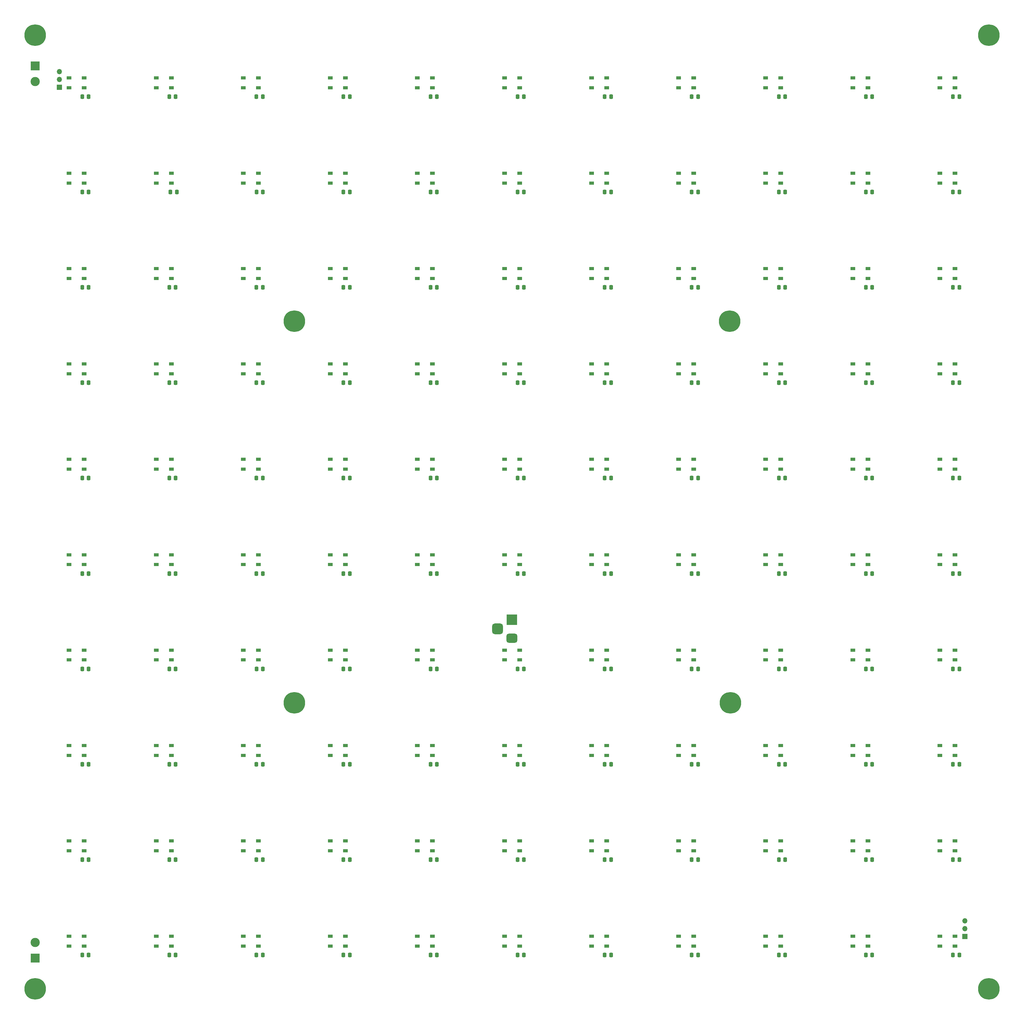
<source format=gts>
%TF.GenerationSoftware,KiCad,Pcbnew,(6.0.2)*%
%TF.CreationDate,2022-03-15T15:15:15+01:00*%
%TF.ProjectId,Wordclock,576f7264-636c-46f6-936b-2e6b69636164,rev?*%
%TF.SameCoordinates,Original*%
%TF.FileFunction,Soldermask,Top*%
%TF.FilePolarity,Negative*%
%FSLAX46Y46*%
G04 Gerber Fmt 4.6, Leading zero omitted, Abs format (unit mm)*
G04 Created by KiCad (PCBNEW (6.0.2)) date 2022-03-15 15:15:15*
%MOMM*%
%LPD*%
G01*
G04 APERTURE LIST*
G04 Aperture macros list*
%AMRoundRect*
0 Rectangle with rounded corners*
0 $1 Rounding radius*
0 $2 $3 $4 $5 $6 $7 $8 $9 X,Y pos of 4 corners*
0 Add a 4 corners polygon primitive as box body*
4,1,4,$2,$3,$4,$5,$6,$7,$8,$9,$2,$3,0*
0 Add four circle primitives for the rounded corners*
1,1,$1+$1,$2,$3*
1,1,$1+$1,$4,$5*
1,1,$1+$1,$6,$7*
1,1,$1+$1,$8,$9*
0 Add four rect primitives between the rounded corners*
20,1,$1+$1,$2,$3,$4,$5,0*
20,1,$1+$1,$4,$5,$6,$7,0*
20,1,$1+$1,$6,$7,$8,$9,0*
20,1,$1+$1,$8,$9,$2,$3,0*%
G04 Aperture macros list end*
%ADD10RoundRect,0.250000X0.337500X0.475000X-0.337500X0.475000X-0.337500X-0.475000X0.337500X-0.475000X0*%
%ADD11R,1.500000X1.000000*%
%ADD12R,3.000000X3.000000*%
%ADD13C,3.000000*%
%ADD14C,0.800000*%
%ADD15C,7.000000*%
%ADD16R,3.500000X3.500000*%
%ADD17RoundRect,0.750000X1.000000X-0.750000X1.000000X0.750000X-1.000000X0.750000X-1.000000X-0.750000X0*%
%ADD18RoundRect,0.875000X0.875000X-0.875000X0.875000X0.875000X-0.875000X0.875000X-0.875000X-0.875000X0*%
%ADD19R,1.700000X1.700000*%
%ADD20O,1.700000X1.700000*%
G04 APERTURE END LIST*
D10*
%TO.C,C110*%
X813367500Y-314500000D03*
X811292500Y-314500000D03*
%TD*%
%TO.C,C10*%
X785067500Y-35500000D03*
X782992500Y-35500000D03*
%TD*%
%TO.C,C24*%
X558667500Y-97500000D03*
X556592500Y-97500000D03*
%TD*%
D11*
%TO.C,D2*%
X557250000Y-32600000D03*
X557250000Y-29400000D03*
X552350000Y-29400000D03*
X552350000Y-32600000D03*
%TD*%
D10*
%TO.C,C6*%
X671867500Y-35500000D03*
X669792500Y-35500000D03*
%TD*%
%TO.C,C31*%
X756767500Y-97500000D03*
X754692500Y-97500000D03*
%TD*%
%TO.C,C40*%
X700167500Y-128500000D03*
X698092500Y-128500000D03*
%TD*%
D12*
%TO.C,J4*%
X513000000Y-25500000D03*
D13*
X513000000Y-30580000D03*
%TD*%
D10*
%TO.C,C90*%
X558667500Y-283500000D03*
X556592500Y-283500000D03*
%TD*%
D12*
%TO.C,J5*%
X513000000Y-315500000D03*
D13*
X513000000Y-310420000D03*
%TD*%
D10*
%TO.C,C70*%
X615267500Y-221500000D03*
X613192500Y-221500000D03*
%TD*%
%TO.C,C62*%
X700167500Y-190500000D03*
X698092500Y-190500000D03*
%TD*%
%TO.C,C28*%
X671867500Y-97500000D03*
X669792500Y-97500000D03*
%TD*%
D11*
%TO.C,D19*%
X727050000Y-63600000D03*
X727050000Y-60400000D03*
X722150000Y-60400000D03*
X722150000Y-63600000D03*
%TD*%
%TO.C,D62*%
X698750000Y-187600000D03*
X698750000Y-184400000D03*
X693850000Y-184400000D03*
X693850000Y-187600000D03*
%TD*%
%TO.C,D12*%
X528950000Y-63600000D03*
X528950000Y-60400000D03*
X524050000Y-60400000D03*
X524050000Y-63600000D03*
%TD*%
%TO.C,D93*%
X642150000Y-280600000D03*
X642150000Y-277400000D03*
X637250000Y-277400000D03*
X637250000Y-280600000D03*
%TD*%
D10*
%TO.C,C34*%
X530367500Y-128500000D03*
X528292500Y-128500000D03*
%TD*%
%TO.C,C39*%
X671867500Y-128500000D03*
X669792500Y-128500000D03*
%TD*%
D11*
%TO.C,D7*%
X698750000Y-32600000D03*
X698750000Y-29400000D03*
X693850000Y-29400000D03*
X693850000Y-32600000D03*
%TD*%
%TO.C,D98*%
X783650000Y-280600000D03*
X783650000Y-277400000D03*
X778750000Y-277400000D03*
X778750000Y-280600000D03*
%TD*%
%TO.C,D39*%
X670450000Y-125600000D03*
X670450000Y-122400000D03*
X665550000Y-122400000D03*
X665550000Y-125600000D03*
%TD*%
D10*
%TO.C,C79*%
X558667500Y-252500000D03*
X556592500Y-252500000D03*
%TD*%
D11*
%TO.C,D26*%
X613850000Y-94600000D03*
X613850000Y-91400000D03*
X608950000Y-91400000D03*
X608950000Y-94600000D03*
%TD*%
D10*
%TO.C,C60*%
X643567500Y-190500000D03*
X641492500Y-190500000D03*
%TD*%
%TO.C,C76*%
X785067500Y-221500000D03*
X782992500Y-221500000D03*
%TD*%
%TO.C,C17*%
X671867500Y-66500000D03*
X669792500Y-66500000D03*
%TD*%
D11*
%TO.C,D77*%
X811950000Y-218600000D03*
X811950000Y-215400000D03*
X807050000Y-215400000D03*
X807050000Y-218600000D03*
%TD*%
%TO.C,D42*%
X755350000Y-125600000D03*
X755350000Y-122400000D03*
X750450000Y-122400000D03*
X750450000Y-125600000D03*
%TD*%
D10*
%TO.C,C77*%
X813367500Y-221500000D03*
X811292500Y-221500000D03*
%TD*%
D11*
%TO.C,D46*%
X557250000Y-156600000D03*
X557250000Y-153400000D03*
X552350000Y-153400000D03*
X552350000Y-156600000D03*
%TD*%
%TO.C,D27*%
X642150000Y-94600000D03*
X642150000Y-91400000D03*
X637250000Y-91400000D03*
X637250000Y-94600000D03*
%TD*%
%TO.C,D43*%
X783650000Y-125600000D03*
X783650000Y-122400000D03*
X778750000Y-122400000D03*
X778750000Y-125600000D03*
%TD*%
%TO.C,D86*%
X755350000Y-249600000D03*
X755350000Y-246400000D03*
X750450000Y-246400000D03*
X750450000Y-249600000D03*
%TD*%
D10*
%TO.C,C21*%
X785067500Y-66500000D03*
X782992500Y-66500000D03*
%TD*%
D11*
%TO.C,D75*%
X755350000Y-218600000D03*
X755350000Y-215400000D03*
X750450000Y-215400000D03*
X750450000Y-218600000D03*
%TD*%
D10*
%TO.C,C53*%
X756767500Y-159500000D03*
X754692500Y-159500000D03*
%TD*%
%TO.C,C26*%
X615267500Y-97500000D03*
X613192500Y-97500000D03*
%TD*%
D11*
%TO.C,D34*%
X528950000Y-125600000D03*
X528950000Y-122400000D03*
X524050000Y-122400000D03*
X524050000Y-125600000D03*
%TD*%
%TO.C,D38*%
X642150000Y-125600000D03*
X642150000Y-122400000D03*
X637250000Y-122400000D03*
X637250000Y-125600000D03*
%TD*%
%TO.C,D25*%
X585550000Y-94600000D03*
X585550000Y-91400000D03*
X580650000Y-91400000D03*
X580650000Y-94600000D03*
%TD*%
%TO.C,D69*%
X585550000Y-218600000D03*
X585550000Y-215400000D03*
X580650000Y-215400000D03*
X580650000Y-218600000D03*
%TD*%
%TO.C,D55*%
X811950000Y-156600000D03*
X811950000Y-153400000D03*
X807050000Y-153400000D03*
X807050000Y-156600000D03*
%TD*%
D10*
%TO.C,C63*%
X728467500Y-190500000D03*
X726392500Y-190500000D03*
%TD*%
%TO.C,C29*%
X700167500Y-97500000D03*
X698092500Y-97500000D03*
%TD*%
D14*
%TO.C,Hole7*%
X740856155Y-230643845D03*
X737143845Y-234356155D03*
X741625000Y-232500000D03*
X736375000Y-232500000D03*
X737143845Y-230643845D03*
X739000000Y-229875000D03*
X740856155Y-234356155D03*
X739000000Y-235125000D03*
D15*
X739000000Y-232500000D03*
%TD*%
D10*
%TO.C,C69*%
X587037500Y-221500000D03*
X584962500Y-221500000D03*
%TD*%
D11*
%TO.C,D15*%
X613850000Y-63600000D03*
X613850000Y-60400000D03*
X608950000Y-60400000D03*
X608950000Y-63600000D03*
%TD*%
D10*
%TO.C,C37*%
X615267500Y-128500000D03*
X613192500Y-128500000D03*
%TD*%
%TO.C,C81*%
X615267500Y-252500000D03*
X613192500Y-252500000D03*
%TD*%
D11*
%TO.C,D101*%
X557250000Y-311600000D03*
X557250000Y-308400000D03*
X552350000Y-308400000D03*
X552350000Y-311600000D03*
%TD*%
%TO.C,D29*%
X698750000Y-94600000D03*
X698750000Y-91400000D03*
X693850000Y-91400000D03*
X693850000Y-94600000D03*
%TD*%
D10*
%TO.C,C100*%
X530367500Y-314500000D03*
X528292500Y-314500000D03*
%TD*%
%TO.C,C41*%
X728467500Y-128500000D03*
X726392500Y-128500000D03*
%TD*%
D11*
%TO.C,D24*%
X557250000Y-94600000D03*
X557250000Y-91400000D03*
X552350000Y-91400000D03*
X552350000Y-94600000D03*
%TD*%
D10*
%TO.C,C7*%
X700167500Y-35500000D03*
X698092500Y-35500000D03*
%TD*%
D11*
%TO.C,D68*%
X557250000Y-218600000D03*
X557250000Y-215400000D03*
X552350000Y-215400000D03*
X552350000Y-218600000D03*
%TD*%
%TO.C,D90*%
X557250000Y-280600000D03*
X557250000Y-277400000D03*
X552350000Y-277400000D03*
X552350000Y-280600000D03*
%TD*%
%TO.C,D65*%
X783650000Y-187600000D03*
X783650000Y-184400000D03*
X778750000Y-184400000D03*
X778750000Y-187600000D03*
%TD*%
%TO.C,D78*%
X528950000Y-249600000D03*
X528950000Y-246400000D03*
X524050000Y-246400000D03*
X524050000Y-249600000D03*
%TD*%
%TO.C,D44*%
X811950000Y-125600000D03*
X811950000Y-122400000D03*
X807050000Y-122400000D03*
X807050000Y-125600000D03*
%TD*%
D10*
%TO.C,C94*%
X671867500Y-283500000D03*
X669792500Y-283500000D03*
%TD*%
D11*
%TO.C,D48*%
X613850000Y-156600000D03*
X613850000Y-153400000D03*
X608950000Y-153400000D03*
X608950000Y-156600000D03*
%TD*%
%TO.C,D92*%
X613850000Y-280600000D03*
X613850000Y-277400000D03*
X608950000Y-277400000D03*
X608950000Y-280600000D03*
%TD*%
D10*
%TO.C,C101*%
X558667500Y-314500000D03*
X556592500Y-314500000D03*
%TD*%
%TO.C,C95*%
X700167500Y-283500000D03*
X698092500Y-283500000D03*
%TD*%
D11*
%TO.C,D97*%
X755350000Y-280600000D03*
X755350000Y-277400000D03*
X750450000Y-277400000D03*
X750450000Y-280600000D03*
%TD*%
D10*
%TO.C,C103*%
X615267500Y-314500000D03*
X613192500Y-314500000D03*
%TD*%
%TO.C,C50*%
X671867500Y-159500000D03*
X669792500Y-159500000D03*
%TD*%
%TO.C,C61*%
X671867500Y-190500000D03*
X669792500Y-190500000D03*
%TD*%
D11*
%TO.C,D95*%
X698750000Y-280600000D03*
X698750000Y-277400000D03*
X693850000Y-277400000D03*
X693850000Y-280600000D03*
%TD*%
%TO.C,D103*%
X613850000Y-311600000D03*
X613850000Y-308400000D03*
X608950000Y-308400000D03*
X608950000Y-311600000D03*
%TD*%
D10*
%TO.C,C85*%
X728467500Y-252500000D03*
X726392500Y-252500000D03*
%TD*%
%TO.C,C5*%
X643567500Y-35500000D03*
X641492500Y-35500000D03*
%TD*%
D11*
%TO.C,D106*%
X698750000Y-311600000D03*
X698750000Y-308400000D03*
X693850000Y-308400000D03*
X693850000Y-311600000D03*
%TD*%
D10*
%TO.C,C13*%
X559037500Y-66500000D03*
X556962500Y-66500000D03*
%TD*%
D11*
%TO.C,D84*%
X698750000Y-249600000D03*
X698750000Y-246400000D03*
X693850000Y-246400000D03*
X693850000Y-249600000D03*
%TD*%
D10*
%TO.C,C96*%
X728467500Y-283500000D03*
X726392500Y-283500000D03*
%TD*%
D11*
%TO.C,D110*%
X811950000Y-311600000D03*
X811950000Y-308400000D03*
X807050000Y-308400000D03*
X807050000Y-311600000D03*
%TD*%
D10*
%TO.C,C104*%
X643567500Y-314500000D03*
X641492500Y-314500000D03*
%TD*%
%TO.C,C105*%
X671867500Y-314500000D03*
X669792500Y-314500000D03*
%TD*%
D11*
%TO.C,D80*%
X585550000Y-249600000D03*
X585550000Y-246400000D03*
X580650000Y-246400000D03*
X580650000Y-249600000D03*
%TD*%
D10*
%TO.C,C80*%
X586967500Y-252500000D03*
X584892500Y-252500000D03*
%TD*%
D11*
%TO.C,D82*%
X642150000Y-249600000D03*
X642150000Y-246400000D03*
X637250000Y-246400000D03*
X637250000Y-249600000D03*
%TD*%
%TO.C,D5*%
X642150000Y-32600000D03*
X642150000Y-29400000D03*
X637250000Y-29400000D03*
X637250000Y-32600000D03*
%TD*%
%TO.C,D79*%
X557250000Y-249600000D03*
X557250000Y-246400000D03*
X552350000Y-246400000D03*
X552350000Y-249600000D03*
%TD*%
D10*
%TO.C,C20*%
X756767500Y-66500000D03*
X754692500Y-66500000D03*
%TD*%
D11*
%TO.C,D89*%
X528950000Y-280600000D03*
X528950000Y-277400000D03*
X524050000Y-277400000D03*
X524050000Y-280600000D03*
%TD*%
%TO.C,D87*%
X783650000Y-249600000D03*
X783650000Y-246400000D03*
X778750000Y-246400000D03*
X778750000Y-249600000D03*
%TD*%
%TO.C,D81*%
X613850000Y-249600000D03*
X613850000Y-246400000D03*
X608950000Y-246400000D03*
X608950000Y-249600000D03*
%TD*%
D14*
%TO.C,Hole3*%
X823000000Y-322875000D03*
X824856155Y-323643845D03*
X821143845Y-327356155D03*
X824856155Y-327356155D03*
X825625000Y-325500000D03*
D15*
X823000000Y-325500000D03*
D14*
X820375000Y-325500000D03*
X823000000Y-328125000D03*
X821143845Y-323643845D03*
%TD*%
D11*
%TO.C,D109*%
X783650000Y-311600000D03*
X783650000Y-308400000D03*
X778750000Y-308400000D03*
X778750000Y-311600000D03*
%TD*%
D10*
%TO.C,C8*%
X728467500Y-35500000D03*
X726392500Y-35500000D03*
%TD*%
%TO.C,C55*%
X813367500Y-159500000D03*
X811292500Y-159500000D03*
%TD*%
%TO.C,C89*%
X530367500Y-283500000D03*
X528292500Y-283500000D03*
%TD*%
D11*
%TO.C,D18*%
X698750000Y-63600000D03*
X698750000Y-60400000D03*
X693850000Y-60400000D03*
X693850000Y-63600000D03*
%TD*%
%TO.C,D60*%
X642150000Y-187600000D03*
X642150000Y-184400000D03*
X637250000Y-184400000D03*
X637250000Y-187600000D03*
%TD*%
%TO.C,D100*%
X528950000Y-311600000D03*
X528950000Y-308400000D03*
X524050000Y-308400000D03*
X524050000Y-311600000D03*
%TD*%
D10*
%TO.C,C57*%
X558667500Y-190500000D03*
X556592500Y-190500000D03*
%TD*%
%TO.C,C86*%
X756767500Y-252500000D03*
X754692500Y-252500000D03*
%TD*%
D11*
%TO.C,D28*%
X670450000Y-94600000D03*
X670450000Y-91400000D03*
X665550000Y-91400000D03*
X665550000Y-94600000D03*
%TD*%
%TO.C,D13*%
X557250000Y-63600000D03*
X557250000Y-60400000D03*
X552350000Y-60400000D03*
X552350000Y-63600000D03*
%TD*%
%TO.C,D22*%
X811950000Y-63600000D03*
X811950000Y-60400000D03*
X807050000Y-60400000D03*
X807050000Y-63600000D03*
%TD*%
D10*
%TO.C,C47*%
X586967500Y-159500000D03*
X584892500Y-159500000D03*
%TD*%
%TO.C,C27*%
X643567500Y-97500000D03*
X641492500Y-97500000D03*
%TD*%
D11*
%TO.C,D70*%
X613850000Y-218600000D03*
X613850000Y-215400000D03*
X608950000Y-215400000D03*
X608950000Y-218600000D03*
%TD*%
D10*
%TO.C,C88*%
X813367500Y-252500000D03*
X811292500Y-252500000D03*
%TD*%
D11*
%TO.C,D3*%
X585550000Y-32600000D03*
X585550000Y-29400000D03*
X580650000Y-29400000D03*
X580650000Y-32600000D03*
%TD*%
D10*
%TO.C,C91*%
X586967500Y-283500000D03*
X584892500Y-283500000D03*
%TD*%
D11*
%TO.C,D8*%
X727050000Y-32600000D03*
X727050000Y-29400000D03*
X722150000Y-29400000D03*
X722150000Y-32600000D03*
%TD*%
%TO.C,D11*%
X811950000Y-32600000D03*
X811950000Y-29400000D03*
X807050000Y-29400000D03*
X807050000Y-32600000D03*
%TD*%
D10*
%TO.C,C51*%
X700167500Y-159500000D03*
X698092500Y-159500000D03*
%TD*%
%TO.C,C56*%
X530367500Y-190500000D03*
X528292500Y-190500000D03*
%TD*%
%TO.C,C65*%
X785067500Y-190500000D03*
X782992500Y-190500000D03*
%TD*%
%TO.C,C67*%
X530367500Y-221500000D03*
X528292500Y-221500000D03*
%TD*%
D11*
%TO.C,D64*%
X755350000Y-187600000D03*
X755350000Y-184400000D03*
X750450000Y-184400000D03*
X750450000Y-187600000D03*
%TD*%
%TO.C,D41*%
X727050000Y-125600000D03*
X727050000Y-122400000D03*
X722150000Y-122400000D03*
X722150000Y-125600000D03*
%TD*%
D10*
%TO.C,C59*%
X615267500Y-190500000D03*
X613192500Y-190500000D03*
%TD*%
%TO.C,C108*%
X756767500Y-314500000D03*
X754692500Y-314500000D03*
%TD*%
D11*
%TO.C,D83*%
X670450000Y-249600000D03*
X670450000Y-246400000D03*
X665550000Y-246400000D03*
X665550000Y-249600000D03*
%TD*%
D14*
%TO.C,Hole8*%
X599106155Y-230643845D03*
X599875000Y-232500000D03*
X594625000Y-232500000D03*
X595393845Y-230643845D03*
D15*
X597250000Y-232500000D03*
D14*
X599106155Y-234356155D03*
X597250000Y-229875000D03*
X595393845Y-234356155D03*
X597250000Y-235125000D03*
%TD*%
D10*
%TO.C,C23*%
X530367500Y-97500000D03*
X528292500Y-97500000D03*
%TD*%
D11*
%TO.C,D20*%
X755350000Y-63600000D03*
X755350000Y-60400000D03*
X750450000Y-60400000D03*
X750450000Y-63600000D03*
%TD*%
%TO.C,D102*%
X585550000Y-311600000D03*
X585550000Y-308400000D03*
X580650000Y-308400000D03*
X580650000Y-311600000D03*
%TD*%
D10*
%TO.C,C30*%
X728467500Y-97500000D03*
X726392500Y-97500000D03*
%TD*%
D11*
%TO.C,D96*%
X727050000Y-280600000D03*
X727050000Y-277400000D03*
X722150000Y-277400000D03*
X722150000Y-280600000D03*
%TD*%
%TO.C,D94*%
X670450000Y-280600000D03*
X670450000Y-277400000D03*
X665550000Y-277400000D03*
X665550000Y-280600000D03*
%TD*%
%TO.C,D9*%
X755350000Y-32600000D03*
X755350000Y-29400000D03*
X750450000Y-29400000D03*
X750450000Y-32600000D03*
%TD*%
D10*
%TO.C,C83*%
X671867500Y-252500000D03*
X669792500Y-252500000D03*
%TD*%
%TO.C,C43*%
X785067500Y-128500000D03*
X782992500Y-128500000D03*
%TD*%
%TO.C,C48*%
X615267500Y-159500000D03*
X613192500Y-159500000D03*
%TD*%
%TO.C,C87*%
X785067500Y-252500000D03*
X782992500Y-252500000D03*
%TD*%
%TO.C,C98*%
X785067500Y-283500000D03*
X782992500Y-283500000D03*
%TD*%
%TO.C,C33*%
X813367500Y-97500000D03*
X811292500Y-97500000D03*
%TD*%
%TO.C,C45*%
X530367500Y-159500000D03*
X528292500Y-159500000D03*
%TD*%
%TO.C,C38*%
X643567500Y-128500000D03*
X641492500Y-128500000D03*
%TD*%
D11*
%TO.C,D74*%
X727050000Y-218600000D03*
X727050000Y-215400000D03*
X722150000Y-215400000D03*
X722150000Y-218600000D03*
%TD*%
D10*
%TO.C,C106*%
X700167500Y-314500000D03*
X698092500Y-314500000D03*
%TD*%
D14*
%TO.C,Hole2*%
X823000000Y-18125000D03*
X823000000Y-12875000D03*
X824856155Y-13643845D03*
X821143845Y-13643845D03*
X824856155Y-17356155D03*
X821143845Y-17356155D03*
X820375000Y-15500000D03*
D15*
X823000000Y-15500000D03*
D14*
X825625000Y-15500000D03*
%TD*%
D11*
%TO.C,D37*%
X613850000Y-125600000D03*
X613850000Y-122400000D03*
X608950000Y-122400000D03*
X608950000Y-125600000D03*
%TD*%
D10*
%TO.C,C44*%
X813367500Y-128500000D03*
X811292500Y-128500000D03*
%TD*%
%TO.C,C58*%
X586967500Y-190500000D03*
X584892500Y-190500000D03*
%TD*%
D11*
%TO.C,D33*%
X811950000Y-94600000D03*
X811950000Y-91400000D03*
X807050000Y-91400000D03*
X807050000Y-94600000D03*
%TD*%
%TO.C,D35*%
X557250000Y-125600000D03*
X557250000Y-122400000D03*
X552350000Y-122400000D03*
X552350000Y-125600000D03*
%TD*%
%TO.C,D104*%
X642150000Y-311600000D03*
X642150000Y-308400000D03*
X637250000Y-308400000D03*
X637250000Y-311600000D03*
%TD*%
D10*
%TO.C,C35*%
X558667500Y-128500000D03*
X556592500Y-128500000D03*
%TD*%
%TO.C,C71*%
X643567500Y-221500000D03*
X641492500Y-221500000D03*
%TD*%
%TO.C,C54*%
X785067500Y-159500000D03*
X782992500Y-159500000D03*
%TD*%
%TO.C,C97*%
X756767500Y-283500000D03*
X754692500Y-283500000D03*
%TD*%
%TO.C,C99*%
X813367500Y-283500000D03*
X811292500Y-283500000D03*
%TD*%
D14*
%TO.C,Hole6*%
X736893845Y-106643845D03*
X736125000Y-108500000D03*
X738750000Y-111125000D03*
X740606155Y-106643845D03*
X741375000Y-108500000D03*
D15*
X738750000Y-108500000D03*
D14*
X736893845Y-110356155D03*
X738750000Y-105875000D03*
X740606155Y-110356155D03*
%TD*%
D11*
%TO.C,D52*%
X727050000Y-156600000D03*
X727050000Y-153400000D03*
X722150000Y-153400000D03*
X722150000Y-156600000D03*
%TD*%
D10*
%TO.C,C4*%
X615267500Y-35500000D03*
X613192500Y-35500000D03*
%TD*%
%TO.C,C15*%
X615267500Y-66500000D03*
X613192500Y-66500000D03*
%TD*%
D11*
%TO.C,D73*%
X698750000Y-218600000D03*
X698750000Y-215400000D03*
X693850000Y-215400000D03*
X693850000Y-218600000D03*
%TD*%
D10*
%TO.C,C3*%
X586967500Y-35500000D03*
X584892500Y-35500000D03*
%TD*%
%TO.C,C78*%
X530367500Y-252500000D03*
X528292500Y-252500000D03*
%TD*%
%TO.C,C72*%
X671867500Y-221500000D03*
X669792500Y-221500000D03*
%TD*%
D11*
%TO.C,D16*%
X642150000Y-63600000D03*
X642150000Y-60400000D03*
X637250000Y-60400000D03*
X637250000Y-63600000D03*
%TD*%
D10*
%TO.C,C82*%
X643567500Y-252500000D03*
X641492500Y-252500000D03*
%TD*%
%TO.C,C42*%
X756767500Y-128500000D03*
X754692500Y-128500000D03*
%TD*%
D11*
%TO.C,D10*%
X783650000Y-32600000D03*
X783650000Y-29400000D03*
X778750000Y-29400000D03*
X778750000Y-32600000D03*
%TD*%
%TO.C,D21*%
X783650000Y-63600000D03*
X783650000Y-60400000D03*
X778750000Y-60400000D03*
X778750000Y-63600000D03*
%TD*%
%TO.C,D61*%
X670450000Y-187600000D03*
X670450000Y-184400000D03*
X665550000Y-184400000D03*
X665550000Y-187600000D03*
%TD*%
%TO.C,D36*%
X585550000Y-125600000D03*
X585550000Y-122400000D03*
X580650000Y-122400000D03*
X580650000Y-125600000D03*
%TD*%
D10*
%TO.C,C102*%
X586967500Y-314500000D03*
X584892500Y-314500000D03*
%TD*%
D11*
%TO.C,D6*%
X670450000Y-32600000D03*
X670450000Y-29400000D03*
X665550000Y-29400000D03*
X665550000Y-32600000D03*
%TD*%
D10*
%TO.C,C74*%
X728467500Y-221500000D03*
X726392500Y-221500000D03*
%TD*%
D11*
%TO.C,D88*%
X811950000Y-249600000D03*
X811950000Y-246400000D03*
X807050000Y-246400000D03*
X807050000Y-249600000D03*
%TD*%
%TO.C,D66*%
X811950000Y-187600000D03*
X811950000Y-184400000D03*
X807050000Y-184400000D03*
X807050000Y-187600000D03*
%TD*%
%TO.C,D40*%
X698750000Y-125600000D03*
X698750000Y-122400000D03*
X693850000Y-122400000D03*
X693850000Y-125600000D03*
%TD*%
D10*
%TO.C,C52*%
X728467500Y-159500000D03*
X726392500Y-159500000D03*
%TD*%
D11*
%TO.C,D32*%
X783650000Y-94600000D03*
X783650000Y-91400000D03*
X778750000Y-91400000D03*
X778750000Y-94600000D03*
%TD*%
%TO.C,D49*%
X642150000Y-156600000D03*
X642150000Y-153400000D03*
X637250000Y-153400000D03*
X637250000Y-156600000D03*
%TD*%
%TO.C,D30*%
X727050000Y-94600000D03*
X727050000Y-91400000D03*
X722150000Y-91400000D03*
X722150000Y-94600000D03*
%TD*%
%TO.C,D58*%
X585550000Y-187600000D03*
X585550000Y-184400000D03*
X580650000Y-184400000D03*
X580650000Y-187600000D03*
%TD*%
%TO.C,D47*%
X585550000Y-156600000D03*
X585550000Y-153400000D03*
X580650000Y-153400000D03*
X580650000Y-156600000D03*
%TD*%
D10*
%TO.C,C12*%
X530367500Y-66500000D03*
X528292500Y-66500000D03*
%TD*%
%TO.C,C14*%
X587037500Y-66500000D03*
X584962500Y-66500000D03*
%TD*%
%TO.C,C49*%
X643567500Y-159500000D03*
X641492500Y-159500000D03*
%TD*%
%TO.C,C66*%
X813367500Y-190500000D03*
X811292500Y-190500000D03*
%TD*%
D11*
%TO.C,D72*%
X670450000Y-218600000D03*
X670450000Y-215400000D03*
X665550000Y-215400000D03*
X665550000Y-218600000D03*
%TD*%
%TO.C,D50*%
X670450000Y-156600000D03*
X670450000Y-153400000D03*
X665550000Y-153400000D03*
X665550000Y-156600000D03*
%TD*%
%TO.C,D91*%
X585550000Y-280600000D03*
X585550000Y-277400000D03*
X580650000Y-277400000D03*
X580650000Y-280600000D03*
%TD*%
D10*
%TO.C,C68*%
X558667500Y-221500000D03*
X556592500Y-221500000D03*
%TD*%
D11*
%TO.C,D99*%
X811950000Y-280600000D03*
X811950000Y-277400000D03*
X807050000Y-277400000D03*
X807050000Y-280600000D03*
%TD*%
D10*
%TO.C,C1*%
X530367500Y-35500000D03*
X528292500Y-35500000D03*
%TD*%
%TO.C,C46*%
X558667500Y-159500000D03*
X556592500Y-159500000D03*
%TD*%
D11*
%TO.C,D23*%
X528950000Y-94600000D03*
X528950000Y-91400000D03*
X524050000Y-91400000D03*
X524050000Y-94600000D03*
%TD*%
%TO.C,D67*%
X528950000Y-218600000D03*
X528950000Y-215400000D03*
X524050000Y-215400000D03*
X524050000Y-218600000D03*
%TD*%
D10*
%TO.C,C73*%
X700167500Y-221500000D03*
X698092500Y-221500000D03*
%TD*%
D11*
%TO.C,D76*%
X783650000Y-218600000D03*
X783650000Y-215400000D03*
X778750000Y-215400000D03*
X778750000Y-218600000D03*
%TD*%
%TO.C,D85*%
X727050000Y-249600000D03*
X727050000Y-246400000D03*
X722150000Y-246400000D03*
X722150000Y-249600000D03*
%TD*%
%TO.C,D57*%
X557250000Y-187600000D03*
X557250000Y-184400000D03*
X552350000Y-184400000D03*
X552350000Y-187600000D03*
%TD*%
%TO.C,D4*%
X613850000Y-32600000D03*
X613850000Y-29400000D03*
X608950000Y-29400000D03*
X608950000Y-32600000D03*
%TD*%
D10*
%TO.C,C16*%
X643567500Y-66500000D03*
X641492500Y-66500000D03*
%TD*%
%TO.C,C18*%
X700167500Y-66500000D03*
X698092500Y-66500000D03*
%TD*%
%TO.C,C64*%
X756767500Y-190500000D03*
X754692500Y-190500000D03*
%TD*%
%TO.C,C2*%
X558667500Y-35500000D03*
X556592500Y-35500000D03*
%TD*%
%TO.C,C32*%
X785067500Y-97500000D03*
X782992500Y-97500000D03*
%TD*%
%TO.C,C22*%
X813367500Y-66500000D03*
X811292500Y-66500000D03*
%TD*%
D11*
%TO.C,D53*%
X755350000Y-156600000D03*
X755350000Y-153400000D03*
X750450000Y-153400000D03*
X750450000Y-156600000D03*
%TD*%
%TO.C,D54*%
X783650000Y-156600000D03*
X783650000Y-153400000D03*
X778750000Y-153400000D03*
X778750000Y-156600000D03*
%TD*%
D10*
%TO.C,C92*%
X615267500Y-283500000D03*
X613192500Y-283500000D03*
%TD*%
%TO.C,C19*%
X728467500Y-66500000D03*
X726392500Y-66500000D03*
%TD*%
%TO.C,C84*%
X700167500Y-252500000D03*
X698092500Y-252500000D03*
%TD*%
%TO.C,C93*%
X643567500Y-283500000D03*
X641492500Y-283500000D03*
%TD*%
D11*
%TO.C,D59*%
X613850000Y-187600000D03*
X613850000Y-184400000D03*
X608950000Y-184400000D03*
X608950000Y-187600000D03*
%TD*%
D14*
%TO.C,Hole4*%
X511143845Y-323643845D03*
X513000000Y-322875000D03*
X514856155Y-323643845D03*
X513000000Y-328125000D03*
D15*
X513000000Y-325500000D03*
D14*
X515625000Y-325500000D03*
X514856155Y-327356155D03*
X510375000Y-325500000D03*
X511143845Y-327356155D03*
%TD*%
D10*
%TO.C,C107*%
X728467500Y-314500000D03*
X726392500Y-314500000D03*
%TD*%
D11*
%TO.C,D1*%
X528950000Y-32600000D03*
X528950000Y-29400000D03*
X524050000Y-29400000D03*
X524050000Y-32600000D03*
%TD*%
%TO.C,D17*%
X670450000Y-63600000D03*
X670450000Y-60400000D03*
X665550000Y-60400000D03*
X665550000Y-63600000D03*
%TD*%
D10*
%TO.C,C11*%
X813367500Y-35500000D03*
X811292500Y-35500000D03*
%TD*%
%TO.C,C25*%
X586967500Y-97500000D03*
X584892500Y-97500000D03*
%TD*%
D11*
%TO.C,D56*%
X528950000Y-187600000D03*
X528950000Y-184400000D03*
X524050000Y-184400000D03*
X524050000Y-187600000D03*
%TD*%
D10*
%TO.C,C36*%
X586967500Y-128500000D03*
X584892500Y-128500000D03*
%TD*%
D11*
%TO.C,D31*%
X755350000Y-94600000D03*
X755350000Y-91400000D03*
X750450000Y-91400000D03*
X750450000Y-94600000D03*
%TD*%
%TO.C,D63*%
X727050000Y-187600000D03*
X727050000Y-184400000D03*
X722150000Y-184400000D03*
X722150000Y-187600000D03*
%TD*%
%TO.C,D71*%
X642150000Y-218600000D03*
X642150000Y-215400000D03*
X637250000Y-215400000D03*
X637250000Y-218600000D03*
%TD*%
%TO.C,D45*%
X528950000Y-156600000D03*
X528950000Y-153400000D03*
X524050000Y-153400000D03*
X524050000Y-156600000D03*
%TD*%
D10*
%TO.C,C9*%
X756767500Y-35500000D03*
X754692500Y-35500000D03*
%TD*%
D11*
%TO.C,D108*%
X755350000Y-311600000D03*
X755350000Y-308400000D03*
X750450000Y-308400000D03*
X750450000Y-311600000D03*
%TD*%
D10*
%TO.C,C109*%
X785067500Y-314500000D03*
X782992500Y-314500000D03*
%TD*%
%TO.C,C75*%
X756767500Y-221500000D03*
X754692500Y-221500000D03*
%TD*%
D11*
%TO.C,D105*%
X670450000Y-311600000D03*
X670450000Y-308400000D03*
X665550000Y-308400000D03*
X665550000Y-311600000D03*
%TD*%
D14*
%TO.C,Hole5*%
X599875000Y-108500000D03*
X595393845Y-106643845D03*
X597250000Y-105875000D03*
X594625000Y-108500000D03*
X599106155Y-110356155D03*
X599106155Y-106643845D03*
X597250000Y-111125000D03*
D15*
X597250000Y-108500000D03*
D14*
X595393845Y-110356155D03*
%TD*%
D11*
%TO.C,D14*%
X585550000Y-63600000D03*
X585550000Y-60400000D03*
X580650000Y-60400000D03*
X580650000Y-63600000D03*
%TD*%
%TO.C,D51*%
X698750000Y-156600000D03*
X698750000Y-153400000D03*
X693850000Y-153400000D03*
X693850000Y-156600000D03*
%TD*%
%TO.C,D107*%
X727050000Y-311600000D03*
X727050000Y-308400000D03*
X722150000Y-308400000D03*
X722150000Y-311600000D03*
%TD*%
D14*
%TO.C,Hole1*%
X514856155Y-13643845D03*
X511143845Y-13643845D03*
X514856155Y-17356155D03*
X510375000Y-15500000D03*
X511143845Y-17356155D03*
D15*
X513000000Y-15500000D03*
D14*
X513000000Y-12875000D03*
X515625000Y-15500000D03*
X513000000Y-18125000D03*
%TD*%
D16*
%TO.C,J1*%
X667957500Y-205500000D03*
D17*
X667957500Y-211500000D03*
D18*
X663257500Y-208500000D03*
%TD*%
D19*
%TO.C,J3*%
X520840000Y-32500000D03*
D20*
X520840000Y-29960000D03*
X520840000Y-27420000D03*
%TD*%
D19*
%TO.C,J2*%
X815160000Y-308500000D03*
D20*
X815160000Y-305960000D03*
X815160000Y-303420000D03*
%TD*%
M02*

</source>
